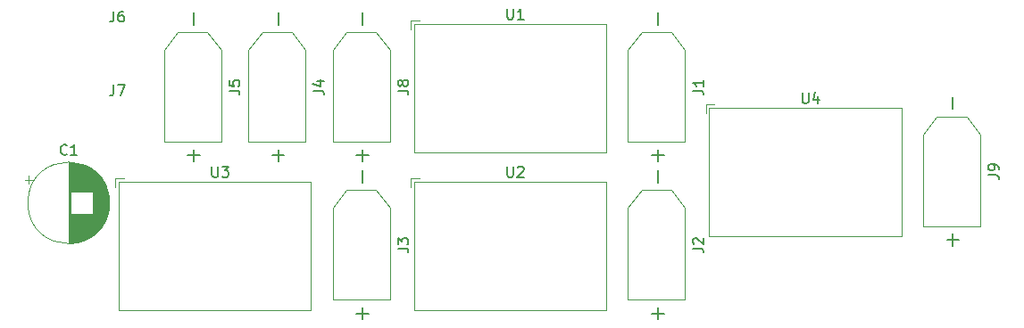
<source format=gbr>
%TF.GenerationSoftware,KiCad,Pcbnew,7.0.6*%
%TF.CreationDate,2023-10-26T22:09:33-07:00*%
%TF.ProjectId,power_distribution_board,706f7765-725f-4646-9973-747269627574,rev?*%
%TF.SameCoordinates,PX8a48640PY3938700*%
%TF.FileFunction,Legend,Top*%
%TF.FilePolarity,Positive*%
%FSLAX46Y46*%
G04 Gerber Fmt 4.6, Leading zero omitted, Abs format (unit mm)*
G04 Created by KiCad (PCBNEW 7.0.6) date 2023-10-26 22:09:33*
%MOMM*%
%LPD*%
G01*
G04 APERTURE LIST*
%ADD10C,0.150000*%
%ADD11C,0.120000*%
G04 APERTURE END LIST*
D10*
X66454819Y-9333333D02*
X67169104Y-9333333D01*
X67169104Y-9333333D02*
X67311961Y-9380952D01*
X67311961Y-9380952D02*
X67407200Y-9476190D01*
X67407200Y-9476190D02*
X67454819Y-9619047D01*
X67454819Y-9619047D02*
X67454819Y-9714285D01*
X67454819Y-8333333D02*
X67454819Y-8904761D01*
X67454819Y-8619047D02*
X66454819Y-8619047D01*
X66454819Y-8619047D02*
X66597676Y-8714285D01*
X66597676Y-8714285D02*
X66692914Y-8809523D01*
X66692914Y-8809523D02*
X66740533Y-8904761D01*
X63114700Y-3071428D02*
X63114700Y-1928571D01*
X63114700Y-16071428D02*
X63114700Y-14928571D01*
X63686128Y-15499999D02*
X62543271Y-15499999D01*
X38454819Y-9333333D02*
X39169104Y-9333333D01*
X39169104Y-9333333D02*
X39311961Y-9380952D01*
X39311961Y-9380952D02*
X39407200Y-9476190D01*
X39407200Y-9476190D02*
X39454819Y-9619047D01*
X39454819Y-9619047D02*
X39454819Y-9714285D01*
X38883390Y-8714285D02*
X38835771Y-8809523D01*
X38835771Y-8809523D02*
X38788152Y-8857142D01*
X38788152Y-8857142D02*
X38692914Y-8904761D01*
X38692914Y-8904761D02*
X38645295Y-8904761D01*
X38645295Y-8904761D02*
X38550057Y-8857142D01*
X38550057Y-8857142D02*
X38502438Y-8809523D01*
X38502438Y-8809523D02*
X38454819Y-8714285D01*
X38454819Y-8714285D02*
X38454819Y-8523809D01*
X38454819Y-8523809D02*
X38502438Y-8428571D01*
X38502438Y-8428571D02*
X38550057Y-8380952D01*
X38550057Y-8380952D02*
X38645295Y-8333333D01*
X38645295Y-8333333D02*
X38692914Y-8333333D01*
X38692914Y-8333333D02*
X38788152Y-8380952D01*
X38788152Y-8380952D02*
X38835771Y-8428571D01*
X38835771Y-8428571D02*
X38883390Y-8523809D01*
X38883390Y-8523809D02*
X38883390Y-8714285D01*
X38883390Y-8714285D02*
X38931009Y-8809523D01*
X38931009Y-8809523D02*
X38978628Y-8857142D01*
X38978628Y-8857142D02*
X39073866Y-8904761D01*
X39073866Y-8904761D02*
X39264342Y-8904761D01*
X39264342Y-8904761D02*
X39359580Y-8857142D01*
X39359580Y-8857142D02*
X39407200Y-8809523D01*
X39407200Y-8809523D02*
X39454819Y-8714285D01*
X39454819Y-8714285D02*
X39454819Y-8523809D01*
X39454819Y-8523809D02*
X39407200Y-8428571D01*
X39407200Y-8428571D02*
X39359580Y-8380952D01*
X39359580Y-8380952D02*
X39264342Y-8333333D01*
X39264342Y-8333333D02*
X39073866Y-8333333D01*
X39073866Y-8333333D02*
X38978628Y-8380952D01*
X38978628Y-8380952D02*
X38931009Y-8428571D01*
X38931009Y-8428571D02*
X38883390Y-8523809D01*
X35114700Y-16071428D02*
X35114700Y-14928571D01*
X35686128Y-15499999D02*
X34543271Y-15499999D01*
X35114700Y-3071428D02*
X35114700Y-1928571D01*
X22454819Y-9333333D02*
X23169104Y-9333333D01*
X23169104Y-9333333D02*
X23311961Y-9380952D01*
X23311961Y-9380952D02*
X23407200Y-9476190D01*
X23407200Y-9476190D02*
X23454819Y-9619047D01*
X23454819Y-9619047D02*
X23454819Y-9714285D01*
X22454819Y-8380952D02*
X22454819Y-8857142D01*
X22454819Y-8857142D02*
X22931009Y-8904761D01*
X22931009Y-8904761D02*
X22883390Y-8857142D01*
X22883390Y-8857142D02*
X22835771Y-8761904D01*
X22835771Y-8761904D02*
X22835771Y-8523809D01*
X22835771Y-8523809D02*
X22883390Y-8428571D01*
X22883390Y-8428571D02*
X22931009Y-8380952D01*
X22931009Y-8380952D02*
X23026247Y-8333333D01*
X23026247Y-8333333D02*
X23264342Y-8333333D01*
X23264342Y-8333333D02*
X23359580Y-8380952D01*
X23359580Y-8380952D02*
X23407200Y-8428571D01*
X23407200Y-8428571D02*
X23454819Y-8523809D01*
X23454819Y-8523809D02*
X23454819Y-8761904D01*
X23454819Y-8761904D02*
X23407200Y-8857142D01*
X23407200Y-8857142D02*
X23359580Y-8904761D01*
X19114700Y-16071428D02*
X19114700Y-14928571D01*
X19686128Y-15499999D02*
X18543271Y-15499999D01*
X19114700Y-3071428D02*
X19114700Y-1928571D01*
X20835595Y-16552319D02*
X20835595Y-17361842D01*
X20835595Y-17361842D02*
X20883214Y-17457080D01*
X20883214Y-17457080D02*
X20930833Y-17504700D01*
X20930833Y-17504700D02*
X21026071Y-17552319D01*
X21026071Y-17552319D02*
X21216547Y-17552319D01*
X21216547Y-17552319D02*
X21311785Y-17504700D01*
X21311785Y-17504700D02*
X21359404Y-17457080D01*
X21359404Y-17457080D02*
X21407023Y-17361842D01*
X21407023Y-17361842D02*
X21407023Y-16552319D01*
X21787976Y-16552319D02*
X22407023Y-16552319D01*
X22407023Y-16552319D02*
X22073690Y-16933271D01*
X22073690Y-16933271D02*
X22216547Y-16933271D01*
X22216547Y-16933271D02*
X22311785Y-16980890D01*
X22311785Y-16980890D02*
X22359404Y-17028509D01*
X22359404Y-17028509D02*
X22407023Y-17123747D01*
X22407023Y-17123747D02*
X22407023Y-17361842D01*
X22407023Y-17361842D02*
X22359404Y-17457080D01*
X22359404Y-17457080D02*
X22311785Y-17504700D01*
X22311785Y-17504700D02*
X22216547Y-17552319D01*
X22216547Y-17552319D02*
X21930833Y-17552319D01*
X21930833Y-17552319D02*
X21835595Y-17504700D01*
X21835595Y-17504700D02*
X21787976Y-17457080D01*
X11516666Y-8804819D02*
X11516666Y-9519104D01*
X11516666Y-9519104D02*
X11469047Y-9661961D01*
X11469047Y-9661961D02*
X11373809Y-9757200D01*
X11373809Y-9757200D02*
X11230952Y-9804819D01*
X11230952Y-9804819D02*
X11135714Y-9804819D01*
X11897619Y-8804819D02*
X12564285Y-8804819D01*
X12564285Y-8804819D02*
X12135714Y-9804819D01*
X76835595Y-9534819D02*
X76835595Y-10344342D01*
X76835595Y-10344342D02*
X76883214Y-10439580D01*
X76883214Y-10439580D02*
X76930833Y-10487200D01*
X76930833Y-10487200D02*
X77026071Y-10534819D01*
X77026071Y-10534819D02*
X77216547Y-10534819D01*
X77216547Y-10534819D02*
X77311785Y-10487200D01*
X77311785Y-10487200D02*
X77359404Y-10439580D01*
X77359404Y-10439580D02*
X77407023Y-10344342D01*
X77407023Y-10344342D02*
X77407023Y-9534819D01*
X78311785Y-9868152D02*
X78311785Y-10534819D01*
X78073690Y-9487200D02*
X77835595Y-10201485D01*
X77835595Y-10201485D02*
X78454642Y-10201485D01*
X11516666Y-1804819D02*
X11516666Y-2519104D01*
X11516666Y-2519104D02*
X11469047Y-2661961D01*
X11469047Y-2661961D02*
X11373809Y-2757200D01*
X11373809Y-2757200D02*
X11230952Y-2804819D01*
X11230952Y-2804819D02*
X11135714Y-2804819D01*
X12421428Y-1804819D02*
X12230952Y-1804819D01*
X12230952Y-1804819D02*
X12135714Y-1852438D01*
X12135714Y-1852438D02*
X12088095Y-1900057D01*
X12088095Y-1900057D02*
X11992857Y-2042914D01*
X11992857Y-2042914D02*
X11945238Y-2233390D01*
X11945238Y-2233390D02*
X11945238Y-2614342D01*
X11945238Y-2614342D02*
X11992857Y-2709580D01*
X11992857Y-2709580D02*
X12040476Y-2757200D01*
X12040476Y-2757200D02*
X12135714Y-2804819D01*
X12135714Y-2804819D02*
X12326190Y-2804819D01*
X12326190Y-2804819D02*
X12421428Y-2757200D01*
X12421428Y-2757200D02*
X12469047Y-2709580D01*
X12469047Y-2709580D02*
X12516666Y-2614342D01*
X12516666Y-2614342D02*
X12516666Y-2376247D01*
X12516666Y-2376247D02*
X12469047Y-2281009D01*
X12469047Y-2281009D02*
X12421428Y-2233390D01*
X12421428Y-2233390D02*
X12326190Y-2185771D01*
X12326190Y-2185771D02*
X12135714Y-2185771D01*
X12135714Y-2185771D02*
X12040476Y-2233390D01*
X12040476Y-2233390D02*
X11992857Y-2281009D01*
X11992857Y-2281009D02*
X11945238Y-2376247D01*
X48835595Y-1552319D02*
X48835595Y-2361842D01*
X48835595Y-2361842D02*
X48883214Y-2457080D01*
X48883214Y-2457080D02*
X48930833Y-2504700D01*
X48930833Y-2504700D02*
X49026071Y-2552319D01*
X49026071Y-2552319D02*
X49216547Y-2552319D01*
X49216547Y-2552319D02*
X49311785Y-2504700D01*
X49311785Y-2504700D02*
X49359404Y-2457080D01*
X49359404Y-2457080D02*
X49407023Y-2361842D01*
X49407023Y-2361842D02*
X49407023Y-1552319D01*
X50407023Y-2552319D02*
X49835595Y-2552319D01*
X50121309Y-2552319D02*
X50121309Y-1552319D01*
X50121309Y-1552319D02*
X50026071Y-1695176D01*
X50026071Y-1695176D02*
X49930833Y-1790414D01*
X49930833Y-1790414D02*
X49835595Y-1838033D01*
X7083333Y-15359580D02*
X7035714Y-15407200D01*
X7035714Y-15407200D02*
X6892857Y-15454819D01*
X6892857Y-15454819D02*
X6797619Y-15454819D01*
X6797619Y-15454819D02*
X6654762Y-15407200D01*
X6654762Y-15407200D02*
X6559524Y-15311961D01*
X6559524Y-15311961D02*
X6511905Y-15216723D01*
X6511905Y-15216723D02*
X6464286Y-15026247D01*
X6464286Y-15026247D02*
X6464286Y-14883390D01*
X6464286Y-14883390D02*
X6511905Y-14692914D01*
X6511905Y-14692914D02*
X6559524Y-14597676D01*
X6559524Y-14597676D02*
X6654762Y-14502438D01*
X6654762Y-14502438D02*
X6797619Y-14454819D01*
X6797619Y-14454819D02*
X6892857Y-14454819D01*
X6892857Y-14454819D02*
X7035714Y-14502438D01*
X7035714Y-14502438D02*
X7083333Y-14550057D01*
X8035714Y-15454819D02*
X7464286Y-15454819D01*
X7750000Y-15454819D02*
X7750000Y-14454819D01*
X7750000Y-14454819D02*
X7654762Y-14597676D01*
X7654762Y-14597676D02*
X7559524Y-14692914D01*
X7559524Y-14692914D02*
X7464286Y-14740533D01*
X38454819Y-24333333D02*
X39169104Y-24333333D01*
X39169104Y-24333333D02*
X39311961Y-24380952D01*
X39311961Y-24380952D02*
X39407200Y-24476190D01*
X39407200Y-24476190D02*
X39454819Y-24619047D01*
X39454819Y-24619047D02*
X39454819Y-24714285D01*
X38454819Y-23952380D02*
X38454819Y-23333333D01*
X38454819Y-23333333D02*
X38835771Y-23666666D01*
X38835771Y-23666666D02*
X38835771Y-23523809D01*
X38835771Y-23523809D02*
X38883390Y-23428571D01*
X38883390Y-23428571D02*
X38931009Y-23380952D01*
X38931009Y-23380952D02*
X39026247Y-23333333D01*
X39026247Y-23333333D02*
X39264342Y-23333333D01*
X39264342Y-23333333D02*
X39359580Y-23380952D01*
X39359580Y-23380952D02*
X39407200Y-23428571D01*
X39407200Y-23428571D02*
X39454819Y-23523809D01*
X39454819Y-23523809D02*
X39454819Y-23809523D01*
X39454819Y-23809523D02*
X39407200Y-23904761D01*
X39407200Y-23904761D02*
X39359580Y-23952380D01*
X35114700Y-18071428D02*
X35114700Y-16928571D01*
X35114700Y-31071428D02*
X35114700Y-29928571D01*
X35686128Y-30499999D02*
X34543271Y-30499999D01*
X66454819Y-24333333D02*
X67169104Y-24333333D01*
X67169104Y-24333333D02*
X67311961Y-24380952D01*
X67311961Y-24380952D02*
X67407200Y-24476190D01*
X67407200Y-24476190D02*
X67454819Y-24619047D01*
X67454819Y-24619047D02*
X67454819Y-24714285D01*
X66550057Y-23904761D02*
X66502438Y-23857142D01*
X66502438Y-23857142D02*
X66454819Y-23761904D01*
X66454819Y-23761904D02*
X66454819Y-23523809D01*
X66454819Y-23523809D02*
X66502438Y-23428571D01*
X66502438Y-23428571D02*
X66550057Y-23380952D01*
X66550057Y-23380952D02*
X66645295Y-23333333D01*
X66645295Y-23333333D02*
X66740533Y-23333333D01*
X66740533Y-23333333D02*
X66883390Y-23380952D01*
X66883390Y-23380952D02*
X67454819Y-23952380D01*
X67454819Y-23952380D02*
X67454819Y-23333333D01*
X63114700Y-18071428D02*
X63114700Y-16928571D01*
X63114700Y-31071428D02*
X63114700Y-29928571D01*
X63686128Y-30499999D02*
X62543271Y-30499999D01*
X30454819Y-9333333D02*
X31169104Y-9333333D01*
X31169104Y-9333333D02*
X31311961Y-9380952D01*
X31311961Y-9380952D02*
X31407200Y-9476190D01*
X31407200Y-9476190D02*
X31454819Y-9619047D01*
X31454819Y-9619047D02*
X31454819Y-9714285D01*
X30788152Y-8428571D02*
X31454819Y-8428571D01*
X30407200Y-8666666D02*
X31121485Y-8904761D01*
X31121485Y-8904761D02*
X31121485Y-8285714D01*
X27114700Y-3071428D02*
X27114700Y-1928571D01*
X27114700Y-16071428D02*
X27114700Y-14928571D01*
X27686128Y-15499999D02*
X26543271Y-15499999D01*
X94454819Y-17333333D02*
X95169104Y-17333333D01*
X95169104Y-17333333D02*
X95311961Y-17380952D01*
X95311961Y-17380952D02*
X95407200Y-17476190D01*
X95407200Y-17476190D02*
X95454819Y-17619047D01*
X95454819Y-17619047D02*
X95454819Y-17714285D01*
X95454819Y-16809523D02*
X95454819Y-16619047D01*
X95454819Y-16619047D02*
X95407200Y-16523809D01*
X95407200Y-16523809D02*
X95359580Y-16476190D01*
X95359580Y-16476190D02*
X95216723Y-16380952D01*
X95216723Y-16380952D02*
X95026247Y-16333333D01*
X95026247Y-16333333D02*
X94645295Y-16333333D01*
X94645295Y-16333333D02*
X94550057Y-16380952D01*
X94550057Y-16380952D02*
X94502438Y-16428571D01*
X94502438Y-16428571D02*
X94454819Y-16523809D01*
X94454819Y-16523809D02*
X94454819Y-16714285D01*
X94454819Y-16714285D02*
X94502438Y-16809523D01*
X94502438Y-16809523D02*
X94550057Y-16857142D01*
X94550057Y-16857142D02*
X94645295Y-16904761D01*
X94645295Y-16904761D02*
X94883390Y-16904761D01*
X94883390Y-16904761D02*
X94978628Y-16857142D01*
X94978628Y-16857142D02*
X95026247Y-16809523D01*
X95026247Y-16809523D02*
X95073866Y-16714285D01*
X95073866Y-16714285D02*
X95073866Y-16523809D01*
X95073866Y-16523809D02*
X95026247Y-16428571D01*
X95026247Y-16428571D02*
X94978628Y-16380952D01*
X94978628Y-16380952D02*
X94883390Y-16333333D01*
X91114700Y-11071428D02*
X91114700Y-9928571D01*
X91114700Y-24071428D02*
X91114700Y-22928571D01*
X91686128Y-23499999D02*
X90543271Y-23499999D01*
X48835595Y-16552319D02*
X48835595Y-17361842D01*
X48835595Y-17361842D02*
X48883214Y-17457080D01*
X48883214Y-17457080D02*
X48930833Y-17504700D01*
X48930833Y-17504700D02*
X49026071Y-17552319D01*
X49026071Y-17552319D02*
X49216547Y-17552319D01*
X49216547Y-17552319D02*
X49311785Y-17504700D01*
X49311785Y-17504700D02*
X49359404Y-17457080D01*
X49359404Y-17457080D02*
X49407023Y-17361842D01*
X49407023Y-17361842D02*
X49407023Y-16552319D01*
X49835595Y-16647557D02*
X49883214Y-16599938D01*
X49883214Y-16599938D02*
X49978452Y-16552319D01*
X49978452Y-16552319D02*
X50216547Y-16552319D01*
X50216547Y-16552319D02*
X50311785Y-16599938D01*
X50311785Y-16599938D02*
X50359404Y-16647557D01*
X50359404Y-16647557D02*
X50407023Y-16742795D01*
X50407023Y-16742795D02*
X50407023Y-16838033D01*
X50407023Y-16838033D02*
X50359404Y-16980890D01*
X50359404Y-16980890D02*
X49787976Y-17552319D01*
X49787976Y-17552319D02*
X50407023Y-17552319D01*
D11*
%TO.C,J1*%
X64410000Y-3790000D02*
X61590000Y-3790000D01*
X64410000Y-3790000D02*
X65710000Y-5490000D01*
X61590000Y-3790000D02*
X60290000Y-5490000D01*
X65710000Y-5490000D02*
X65710000Y-14210000D01*
X60290000Y-5490000D02*
X60290000Y-14210000D01*
X65710000Y-14210000D02*
X60290000Y-14210000D01*
%TO.C,J8*%
X36410000Y-3790000D02*
X33590000Y-3790000D01*
X36410000Y-3790000D02*
X37710000Y-5490000D01*
X33590000Y-3790000D02*
X32290000Y-5490000D01*
X37710000Y-5490000D02*
X37710000Y-14210000D01*
X32290000Y-5490000D02*
X32290000Y-14210000D01*
X37710000Y-14210000D02*
X32290000Y-14210000D01*
%TO.C,J5*%
X20410000Y-3790000D02*
X17590000Y-3790000D01*
X20410000Y-3790000D02*
X21710000Y-5490000D01*
X17590000Y-3790000D02*
X16290000Y-5490000D01*
X21710000Y-5490000D02*
X21710000Y-14210000D01*
X16290000Y-5490000D02*
X16290000Y-14210000D01*
X21710000Y-14210000D02*
X16290000Y-14210000D01*
%TO.C,U3*%
X11687500Y-17687500D02*
X12487500Y-17687500D01*
X11687500Y-18487500D02*
X11687500Y-17687500D01*
X11987500Y-17987500D02*
X30207500Y-17987500D01*
X30207500Y-17987500D02*
X30207500Y-30207500D01*
X30207500Y-30207500D02*
X11987500Y-30207500D01*
X11987500Y-30207500D02*
X11987500Y-17987500D01*
%TO.C,U4*%
X67687500Y-10670000D02*
X68487500Y-10670000D01*
X67687500Y-11470000D02*
X67687500Y-10670000D01*
X67987500Y-10970000D02*
X86207500Y-10970000D01*
X86207500Y-10970000D02*
X86207500Y-23190000D01*
X86207500Y-23190000D02*
X67987500Y-23190000D01*
X67987500Y-23190000D02*
X67987500Y-10970000D01*
%TO.C,U1*%
X39687500Y-2687500D02*
X40487500Y-2687500D01*
X39687500Y-3487500D02*
X39687500Y-2687500D01*
X39987500Y-2987500D02*
X58207500Y-2987500D01*
X58207500Y-2987500D02*
X58207500Y-15207500D01*
X58207500Y-15207500D02*
X39987500Y-15207500D01*
X39987500Y-15207500D02*
X39987500Y-2987500D01*
%TO.C,C1*%
X3107789Y-17825000D02*
X3857789Y-17825000D01*
X3482789Y-17450000D02*
X3482789Y-18200000D01*
X7250000Y-16170000D02*
X7250000Y-23830000D01*
X7290000Y-16170000D02*
X7290000Y-23830000D01*
X7330000Y-16170000D02*
X7330000Y-23830000D01*
X7370000Y-16171000D02*
X7370000Y-23829000D01*
X7410000Y-16173000D02*
X7410000Y-23827000D01*
X7450000Y-16175000D02*
X7450000Y-23825000D01*
X7490000Y-16177000D02*
X7490000Y-18960000D01*
X7490000Y-21040000D02*
X7490000Y-23823000D01*
X7530000Y-16180000D02*
X7530000Y-18960000D01*
X7530000Y-21040000D02*
X7530000Y-23820000D01*
X7570000Y-16183000D02*
X7570000Y-18960000D01*
X7570000Y-21040000D02*
X7570000Y-23817000D01*
X7610000Y-16186000D02*
X7610000Y-18960000D01*
X7610000Y-21040000D02*
X7610000Y-23814000D01*
X7650000Y-16190000D02*
X7650000Y-18960000D01*
X7650000Y-21040000D02*
X7650000Y-23810000D01*
X7690000Y-16195000D02*
X7690000Y-18960000D01*
X7690000Y-21040000D02*
X7690000Y-23805000D01*
X7730000Y-16199000D02*
X7730000Y-18960000D01*
X7730000Y-21040000D02*
X7730000Y-23801000D01*
X7770000Y-16205000D02*
X7770000Y-18960000D01*
X7770000Y-21040000D02*
X7770000Y-23795000D01*
X7810000Y-16210000D02*
X7810000Y-18960000D01*
X7810000Y-21040000D02*
X7810000Y-23790000D01*
X7850000Y-16216000D02*
X7850000Y-18960000D01*
X7850000Y-21040000D02*
X7850000Y-23784000D01*
X7890000Y-16223000D02*
X7890000Y-18960000D01*
X7890000Y-21040000D02*
X7890000Y-23777000D01*
X7930000Y-16230000D02*
X7930000Y-18960000D01*
X7930000Y-21040000D02*
X7930000Y-23770000D01*
X7971000Y-16237000D02*
X7971000Y-18960000D01*
X7971000Y-21040000D02*
X7971000Y-23763000D01*
X8011000Y-16245000D02*
X8011000Y-18960000D01*
X8011000Y-21040000D02*
X8011000Y-23755000D01*
X8051000Y-16253000D02*
X8051000Y-18960000D01*
X8051000Y-21040000D02*
X8051000Y-23747000D01*
X8091000Y-16262000D02*
X8091000Y-18960000D01*
X8091000Y-21040000D02*
X8091000Y-23738000D01*
X8131000Y-16271000D02*
X8131000Y-18960000D01*
X8131000Y-21040000D02*
X8131000Y-23729000D01*
X8171000Y-16280000D02*
X8171000Y-18960000D01*
X8171000Y-21040000D02*
X8171000Y-23720000D01*
X8211000Y-16290000D02*
X8211000Y-18960000D01*
X8211000Y-21040000D02*
X8211000Y-23710000D01*
X8251000Y-16301000D02*
X8251000Y-18960000D01*
X8251000Y-21040000D02*
X8251000Y-23699000D01*
X8291000Y-16312000D02*
X8291000Y-18960000D01*
X8291000Y-21040000D02*
X8291000Y-23688000D01*
X8331000Y-16323000D02*
X8331000Y-18960000D01*
X8331000Y-21040000D02*
X8331000Y-23677000D01*
X8371000Y-16335000D02*
X8371000Y-18960000D01*
X8371000Y-21040000D02*
X8371000Y-23665000D01*
X8411000Y-16347000D02*
X8411000Y-18960000D01*
X8411000Y-21040000D02*
X8411000Y-23653000D01*
X8451000Y-16360000D02*
X8451000Y-18960000D01*
X8451000Y-21040000D02*
X8451000Y-23640000D01*
X8491000Y-16374000D02*
X8491000Y-18960000D01*
X8491000Y-21040000D02*
X8491000Y-23626000D01*
X8531000Y-16387000D02*
X8531000Y-18960000D01*
X8531000Y-21040000D02*
X8531000Y-23613000D01*
X8571000Y-16402000D02*
X8571000Y-18960000D01*
X8571000Y-21040000D02*
X8571000Y-23598000D01*
X8611000Y-16416000D02*
X8611000Y-18960000D01*
X8611000Y-21040000D02*
X8611000Y-23584000D01*
X8651000Y-16432000D02*
X8651000Y-18960000D01*
X8651000Y-21040000D02*
X8651000Y-23568000D01*
X8691000Y-16447000D02*
X8691000Y-18960000D01*
X8691000Y-21040000D02*
X8691000Y-23553000D01*
X8731000Y-16464000D02*
X8731000Y-18960000D01*
X8731000Y-21040000D02*
X8731000Y-23536000D01*
X8771000Y-16480000D02*
X8771000Y-18960000D01*
X8771000Y-21040000D02*
X8771000Y-23520000D01*
X8811000Y-16498000D02*
X8811000Y-18960000D01*
X8811000Y-21040000D02*
X8811000Y-23502000D01*
X8851000Y-16516000D02*
X8851000Y-18960000D01*
X8851000Y-21040000D02*
X8851000Y-23484000D01*
X8891000Y-16534000D02*
X8891000Y-18960000D01*
X8891000Y-21040000D02*
X8891000Y-23466000D01*
X8931000Y-16553000D02*
X8931000Y-18960000D01*
X8931000Y-21040000D02*
X8931000Y-23447000D01*
X8971000Y-16573000D02*
X8971000Y-18960000D01*
X8971000Y-21040000D02*
X8971000Y-23427000D01*
X9011000Y-16593000D02*
X9011000Y-18960000D01*
X9011000Y-21040000D02*
X9011000Y-23407000D01*
X9051000Y-16614000D02*
X9051000Y-18960000D01*
X9051000Y-21040000D02*
X9051000Y-23386000D01*
X9091000Y-16635000D02*
X9091000Y-18960000D01*
X9091000Y-21040000D02*
X9091000Y-23365000D01*
X9131000Y-16657000D02*
X9131000Y-18960000D01*
X9131000Y-21040000D02*
X9131000Y-23343000D01*
X9171000Y-16679000D02*
X9171000Y-18960000D01*
X9171000Y-21040000D02*
X9171000Y-23321000D01*
X9211000Y-16703000D02*
X9211000Y-18960000D01*
X9211000Y-21040000D02*
X9211000Y-23297000D01*
X9251000Y-16726000D02*
X9251000Y-18960000D01*
X9251000Y-21040000D02*
X9251000Y-23274000D01*
X9291000Y-16751000D02*
X9291000Y-18960000D01*
X9291000Y-21040000D02*
X9291000Y-23249000D01*
X9331000Y-16776000D02*
X9331000Y-18960000D01*
X9331000Y-21040000D02*
X9331000Y-23224000D01*
X9371000Y-16802000D02*
X9371000Y-18960000D01*
X9371000Y-21040000D02*
X9371000Y-23198000D01*
X9411000Y-16828000D02*
X9411000Y-18960000D01*
X9411000Y-21040000D02*
X9411000Y-23172000D01*
X9451000Y-16856000D02*
X9451000Y-18960000D01*
X9451000Y-21040000D02*
X9451000Y-23144000D01*
X9491000Y-16884000D02*
X9491000Y-18960000D01*
X9491000Y-21040000D02*
X9491000Y-23116000D01*
X9531000Y-16912000D02*
X9531000Y-18960000D01*
X9531000Y-21040000D02*
X9531000Y-23088000D01*
X9571000Y-16942000D02*
X9571000Y-23058000D01*
X9611000Y-16972000D02*
X9611000Y-23028000D01*
X9651000Y-17004000D02*
X9651000Y-22996000D01*
X9691000Y-17036000D02*
X9691000Y-22964000D01*
X9731000Y-17069000D02*
X9731000Y-22931000D01*
X9771000Y-17102000D02*
X9771000Y-22898000D01*
X9811000Y-17137000D02*
X9811000Y-22863000D01*
X9851000Y-17173000D02*
X9851000Y-22827000D01*
X9891000Y-17210000D02*
X9891000Y-22790000D01*
X9931000Y-17248000D02*
X9931000Y-22752000D01*
X9971000Y-17287000D02*
X9971000Y-22713000D01*
X10011000Y-17327000D02*
X10011000Y-22673000D01*
X10051000Y-17368000D02*
X10051000Y-22632000D01*
X10091000Y-17411000D02*
X10091000Y-22589000D01*
X10131000Y-17454000D02*
X10131000Y-22546000D01*
X10171000Y-17500000D02*
X10171000Y-22500000D01*
X10211000Y-17546000D02*
X10211000Y-22454000D01*
X10251000Y-17595000D02*
X10251000Y-22405000D01*
X10291000Y-17645000D02*
X10291000Y-22355000D01*
X10331000Y-17696000D02*
X10331000Y-22304000D01*
X10371000Y-17750000D02*
X10371000Y-22250000D01*
X10411000Y-17805000D02*
X10411000Y-22195000D01*
X10451000Y-17863000D02*
X10451000Y-22137000D01*
X10491000Y-17923000D02*
X10491000Y-22077000D01*
X10531000Y-17986000D02*
X10531000Y-22014000D01*
X10571000Y-18051000D02*
X10571000Y-21949000D01*
X10611000Y-18119000D02*
X10611000Y-21881000D01*
X10651000Y-18191000D02*
X10651000Y-21809000D01*
X10691000Y-18267000D02*
X10691000Y-21733000D01*
X10731000Y-18346000D02*
X10731000Y-21654000D01*
X10771000Y-18431000D02*
X10771000Y-21569000D01*
X10811000Y-18522000D02*
X10811000Y-21478000D01*
X10851000Y-18619000D02*
X10851000Y-21381000D01*
X10891000Y-18725000D02*
X10891000Y-21275000D01*
X10931000Y-18842000D02*
X10931000Y-21158000D01*
X10971000Y-18972000D02*
X10971000Y-21028000D01*
X11011000Y-19123000D02*
X11011000Y-20877000D01*
X11051000Y-19307000D02*
X11051000Y-20693000D01*
X11091000Y-19559000D02*
X11091000Y-20441000D01*
X11120000Y-20000000D02*
G75*
G03*
X11120000Y-20000000I-3870000J0D01*
G01*
%TO.C,J3*%
X36410000Y-18790000D02*
X33590000Y-18790000D01*
X36410000Y-18790000D02*
X37710000Y-20490000D01*
X33590000Y-18790000D02*
X32290000Y-20490000D01*
X37710000Y-20490000D02*
X37710000Y-29210000D01*
X32290000Y-20490000D02*
X32290000Y-29210000D01*
X37710000Y-29210000D02*
X32290000Y-29210000D01*
%TO.C,J2*%
X64410000Y-18790000D02*
X61590000Y-18790000D01*
X64410000Y-18790000D02*
X65710000Y-20490000D01*
X61590000Y-18790000D02*
X60290000Y-20490000D01*
X65710000Y-20490000D02*
X65710000Y-29210000D01*
X60290000Y-20490000D02*
X60290000Y-29210000D01*
X65710000Y-29210000D02*
X60290000Y-29210000D01*
%TO.C,J4*%
X28410000Y-3790000D02*
X25590000Y-3790000D01*
X28410000Y-3790000D02*
X29710000Y-5490000D01*
X25590000Y-3790000D02*
X24290000Y-5490000D01*
X29710000Y-5490000D02*
X29710000Y-14210000D01*
X24290000Y-5490000D02*
X24290000Y-14210000D01*
X29710000Y-14210000D02*
X24290000Y-14210000D01*
%TO.C,J9*%
X92410000Y-11790000D02*
X89590000Y-11790000D01*
X92410000Y-11790000D02*
X93710000Y-13490000D01*
X89590000Y-11790000D02*
X88290000Y-13490000D01*
X93710000Y-13490000D02*
X93710000Y-22210000D01*
X88290000Y-13490000D02*
X88290000Y-22210000D01*
X93710000Y-22210000D02*
X88290000Y-22210000D01*
%TO.C,U2*%
X39687500Y-17687500D02*
X40487500Y-17687500D01*
X39687500Y-18487500D02*
X39687500Y-17687500D01*
X39987500Y-17987500D02*
X58207500Y-17987500D01*
X58207500Y-17987500D02*
X58207500Y-30207500D01*
X58207500Y-30207500D02*
X39987500Y-30207500D01*
X39987500Y-30207500D02*
X39987500Y-17987500D01*
%TD*%
M02*

</source>
